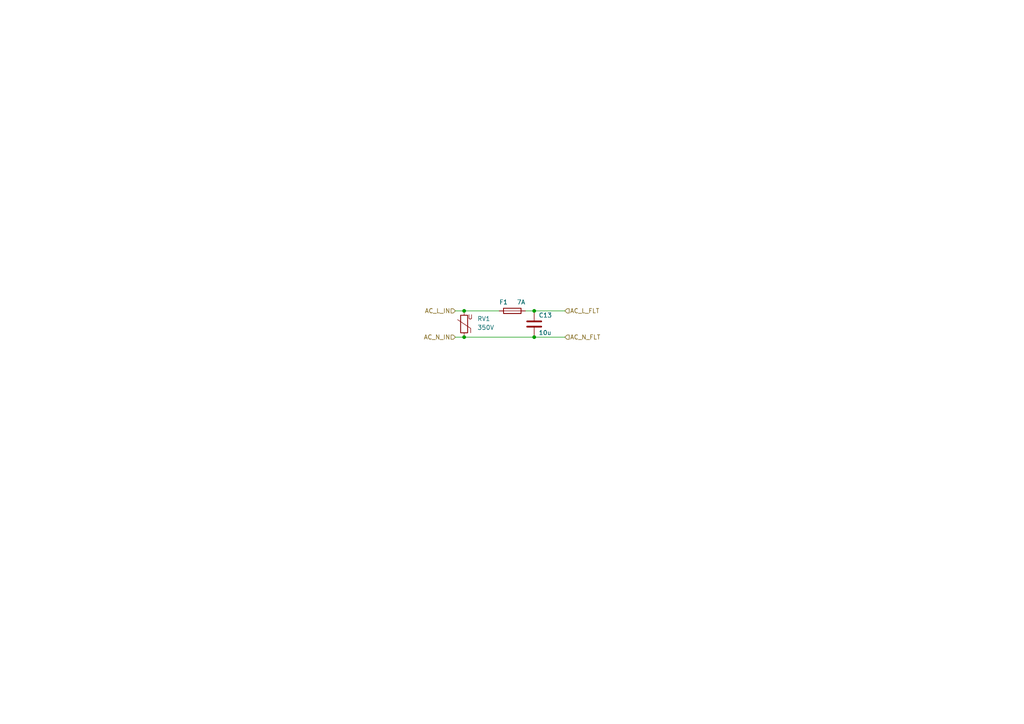
<source format=kicad_sch>
(kicad_sch (version 20231120) (generator "eeschema") (generator_version "8.0")
  (paper "A4")
  (lib_symbols
    (symbol "Device:C" (pin_numbers hide) (pin_names (offset 0.254))
      (property "Reference" "C" (at 0.635 2.54 0))
      (property "Value" "C" (at 0.635 -2.54 0))
      (symbol "C_0_1"
        (polyline (pts (xy -2.032 -0.762) (xy 2.032 -0.762)) (stroke (width 0.508)))
        (polyline (pts (xy -2.032 0.762) (xy 2.032 0.762)) (stroke (width 0.508)))
      )
      (symbol "C_1_1"
        (pin passive line (at 0 3.81 270) (length 2.794) (name "~") (number "1"))
        (pin passive line (at 0 -3.81 90) (length 2.794) (name "~") (number "2"))
      )
    )
    (symbol "Device:Fuse" (pin_numbers hide) (pin_names (offset 0))
      (property "Reference" "F" (at 2.032 0 90))
      (property "Value" "Fuse" (at -1.905 0 90))
      (symbol "Fuse_0_1"
        (rectangle (start -0.762 -2.54) (end 0.762 2.54) (stroke (width 0.254)))
        (polyline (pts (xy 0 2.54) (xy 0 -2.54)))
      )
      (symbol "Fuse_1_1"
        (pin passive line (at 0 3.81 270) (length 1.27) (name "~") (number "1"))
        (pin passive line (at 0 -3.81 90) (length 1.27) (name "~") (number "2"))
      )
    )
    (symbol "Device:Varistor" (pin_numbers hide) (pin_names (offset 0))
      (property "Reference" "RV" (at 3.175 0 90))
      (property "Value" "Varistor" (at -3.175 0 90))
      (symbol "Varistor_0_0"
        (text "U" (at -1.778 -2.032 0) (effects (font (size 1.27 1.27))))
      )
      (symbol "Varistor_0_1"
        (rectangle (start -1.016 -2.54) (end 1.016 2.54) (stroke (width 0.254)))
        (polyline (pts (xy -1.905 2.54) (xy -1.905 1.27) (xy 1.905 -1.27)))
      )
      (symbol "Varistor_1_1"
        (pin passive line (at 0 3.81 270) (length 1.27) (name "~") (number "1"))
        (pin passive line (at 0 -3.81 90) (length 1.27) (name "~") (number "2"))
      )
    )
  )
  (junction (at 134.62 90.17))
  (junction (at 154.94 97.79))
  (junction (at 134.62 97.79))
  (junction (at 154.94 90.17))
  (wire (pts (xy 134.62 97.79) (xy 154.94 97.79)))
  (wire (pts (xy 154.94 90.17) (xy 163.83 90.17)))
  (wire (pts (xy 132.08 97.79) (xy 134.62 97.79)))
  (wire (pts (xy 134.62 90.17) (xy 144.78 90.17)))
  (wire (pts (xy 152.4 90.17) (xy 154.94 90.17)))
  (wire (pts (xy 132.08 90.17) (xy 134.62 90.17)))
  (wire (pts (xy 154.94 97.79) (xy 163.83 97.79)))
  (hierarchical_label "AC_N_IN" (shape input) (at 132.08 97.79 180))
  (hierarchical_label "AC_L_IN" (shape input) (at 132.08 90.17 180))
  (hierarchical_label "AC_L_FLT" (shape input) (at 163.83 90.17 0))
  (hierarchical_label "AC_N_FLT" (shape input) (at 163.83 97.79 0))
  (symbol (lib_id "Device:C") (at 154.94 93.98 0) (unit 1)
    (property "Reference" "C13" (at 156.21 91.44 0) (effects (justify left)))
    (property "Value" "10u" (at 156.21 96.52 0) (effects (justify left)))
    (property "Footprint" "Capacitor_THT:C_Disc_D16.0mm_W5.0mm_P10.00mm" (effects (hide yes)))
  )
  (symbol (lib_id "Device:Fuse") (at 148.59 90.17 90) (unit 1)
    (property "Reference" "F1" (at 146.05 87.63 90))
    (property "Value" "7A" (at 151.13 87.63 90))
    (property "Footprint" "Fuse:Fuse_Schurter_UMZ250" (effects (hide yes)))
  )
  (symbol (lib_id "Device:Varistor") (at 134.62 93.98 180) (unit 1)
    (property "Reference" "RV1" (at 138.43 92.4567 0) (effects (justify right)))
    (property "Value" "350V" (at 138.43 94.9967 0) (effects (justify right)))
    (property "Footprint" "Varistor:RV_Disc_D12mm_W4.2mm_P7.5mm" (effects (hide yes)))
  )
)
</source>
